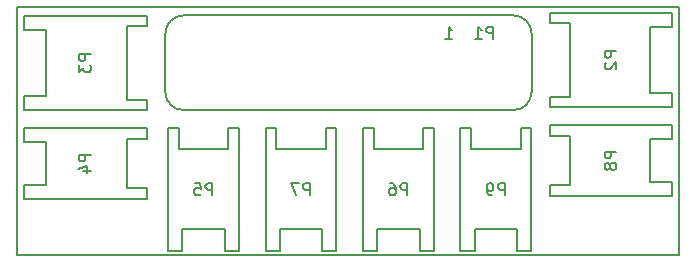
<source format=gbr>
G04 #@! TF.FileFunction,Legend,Bot*
%FSLAX46Y46*%
G04 Gerber Fmt 4.6, Leading zero omitted, Abs format (unit mm)*
G04 Created by KiCad (PCBNEW no-vcs-found-product) date Wed 23 Mar 2016 01:41:40 PM EET*
%MOMM*%
G01*
G04 APERTURE LIST*
%ADD10C,0.100000*%
%ADD11C,0.150000*%
G04 APERTURE END LIST*
D10*
D11*
X142750000Y-93250000D02*
X198750000Y-93250000D01*
X142750000Y-114250000D02*
X142750000Y-93250000D01*
X198750000Y-114250000D02*
X142750000Y-114250000D01*
X198750000Y-93250000D02*
X198750000Y-114250000D01*
X184773873Y-93984042D02*
G75*
G02X186273873Y-95484042I0J-1500000D01*
G01*
X186273873Y-100484042D02*
G75*
G02X184773873Y-101984042I-1500000J0D01*
G01*
X156773873Y-101984042D02*
G75*
G02X155273873Y-100484042I0J1500000D01*
G01*
X155273873Y-95484042D02*
G75*
G02X156773873Y-93984042I1500000J0D01*
G01*
X184773873Y-93984042D02*
X156773873Y-93984042D01*
X186273873Y-100484042D02*
X186273873Y-95484042D01*
X156773873Y-101984042D02*
X184773873Y-101984042D01*
X155273873Y-95484042D02*
X155273873Y-100484042D01*
X189500000Y-100850000D02*
X189500000Y-94650000D01*
X198200000Y-94950000D02*
X198200000Y-93750000D01*
X196300000Y-94950000D02*
X198200000Y-94950000D01*
X196300000Y-100550000D02*
X196300000Y-94950000D01*
X198200000Y-100550000D02*
X196300000Y-100550000D01*
X198200000Y-101750000D02*
X198200000Y-100550000D01*
X187800000Y-94650000D02*
X189500000Y-94650000D01*
X187800000Y-93750000D02*
X187800000Y-94650000D01*
X187800000Y-100850000D02*
X189500000Y-100850000D01*
X187800000Y-101750000D02*
X187800000Y-100850000D01*
X198200000Y-93750000D02*
X187800000Y-93750000D01*
X187800000Y-101750000D02*
X198200000Y-101750000D01*
X152000000Y-94900000D02*
X152000000Y-101100000D01*
X143300000Y-100800000D02*
X143300000Y-102000000D01*
X145200000Y-100800000D02*
X143300000Y-100800000D01*
X145200000Y-95200000D02*
X145200000Y-100800000D01*
X143300000Y-95200000D02*
X145200000Y-95200000D01*
X143300000Y-94000000D02*
X143300000Y-95200000D01*
X153700000Y-101100000D02*
X152000000Y-101100000D01*
X153700000Y-102000000D02*
X153700000Y-101100000D01*
X153700000Y-94900000D02*
X152000000Y-94900000D01*
X153700000Y-94000000D02*
X153700000Y-94900000D01*
X143300000Y-102000000D02*
X153700000Y-102000000D01*
X153700000Y-94000000D02*
X143300000Y-94000000D01*
X152000000Y-104400000D02*
X152000000Y-108600000D01*
X143300000Y-108300000D02*
X143300000Y-109500000D01*
X145200000Y-108300000D02*
X143300000Y-108300000D01*
X145200000Y-104700000D02*
X145200000Y-108300000D01*
X143300000Y-104700000D02*
X145200000Y-104700000D01*
X143300000Y-103500000D02*
X143300000Y-104700000D01*
X153700000Y-108600000D02*
X152000000Y-108600000D01*
X153700000Y-109500000D02*
X153700000Y-108600000D01*
X153700000Y-104400000D02*
X152000000Y-104400000D01*
X153700000Y-103500000D02*
X153700000Y-104400000D01*
X143300000Y-109500000D02*
X153700000Y-109500000D01*
X153700000Y-103500000D02*
X143300000Y-103500000D01*
X156400000Y-105250000D02*
X160600000Y-105250000D01*
X160300000Y-113950000D02*
X161500000Y-113950000D01*
X160300000Y-112050000D02*
X160300000Y-113950000D01*
X156700000Y-112050000D02*
X160300000Y-112050000D01*
X156700000Y-113950000D02*
X156700000Y-112050000D01*
X155500000Y-113950000D02*
X156700000Y-113950000D01*
X160600000Y-103550000D02*
X160600000Y-105250000D01*
X161500000Y-103550000D02*
X160600000Y-103550000D01*
X156400000Y-103550000D02*
X156400000Y-105250000D01*
X155500000Y-103550000D02*
X156400000Y-103550000D01*
X161500000Y-113950000D02*
X161500000Y-103550000D01*
X155500000Y-103550000D02*
X155500000Y-113950000D01*
X172900000Y-105250000D02*
X177100000Y-105250000D01*
X176800000Y-113950000D02*
X178000000Y-113950000D01*
X176800000Y-112050000D02*
X176800000Y-113950000D01*
X173200000Y-112050000D02*
X176800000Y-112050000D01*
X173200000Y-113950000D02*
X173200000Y-112050000D01*
X172000000Y-113950000D02*
X173200000Y-113950000D01*
X177100000Y-103550000D02*
X177100000Y-105250000D01*
X178000000Y-103550000D02*
X177100000Y-103550000D01*
X172900000Y-103550000D02*
X172900000Y-105250000D01*
X172000000Y-103550000D02*
X172900000Y-103550000D01*
X178000000Y-113950000D02*
X178000000Y-103550000D01*
X172000000Y-103550000D02*
X172000000Y-113950000D01*
X164650000Y-105250000D02*
X168850000Y-105250000D01*
X168550000Y-113950000D02*
X169750000Y-113950000D01*
X168550000Y-112050000D02*
X168550000Y-113950000D01*
X164950000Y-112050000D02*
X168550000Y-112050000D01*
X164950000Y-113950000D02*
X164950000Y-112050000D01*
X163750000Y-113950000D02*
X164950000Y-113950000D01*
X168850000Y-103550000D02*
X168850000Y-105250000D01*
X169750000Y-103550000D02*
X168850000Y-103550000D01*
X164650000Y-103550000D02*
X164650000Y-105250000D01*
X163750000Y-103550000D02*
X164650000Y-103550000D01*
X169750000Y-113950000D02*
X169750000Y-103550000D01*
X163750000Y-103550000D02*
X163750000Y-113950000D01*
X189500000Y-108350000D02*
X189500000Y-104150000D01*
X198200000Y-104450000D02*
X198200000Y-103250000D01*
X196300000Y-104450000D02*
X198200000Y-104450000D01*
X196300000Y-108050000D02*
X196300000Y-104450000D01*
X198200000Y-108050000D02*
X196300000Y-108050000D01*
X198200000Y-109250000D02*
X198200000Y-108050000D01*
X187800000Y-104150000D02*
X189500000Y-104150000D01*
X187800000Y-103250000D02*
X187800000Y-104150000D01*
X187800000Y-108350000D02*
X189500000Y-108350000D01*
X187800000Y-109250000D02*
X187800000Y-108350000D01*
X198200000Y-103250000D02*
X187800000Y-103250000D01*
X187800000Y-109250000D02*
X198200000Y-109250000D01*
X181150000Y-105250000D02*
X185350000Y-105250000D01*
X185050000Y-113950000D02*
X186250000Y-113950000D01*
X185050000Y-112050000D02*
X185050000Y-113950000D01*
X181450000Y-112050000D02*
X185050000Y-112050000D01*
X181450000Y-113950000D02*
X181450000Y-112050000D01*
X180250000Y-113950000D02*
X181450000Y-113950000D01*
X185350000Y-103550000D02*
X185350000Y-105250000D01*
X186250000Y-103550000D02*
X185350000Y-103550000D01*
X181150000Y-103550000D02*
X181150000Y-105250000D01*
X180250000Y-103550000D02*
X181150000Y-103550000D01*
X186250000Y-113950000D02*
X186250000Y-103550000D01*
X180250000Y-103550000D02*
X180250000Y-113950000D01*
X183011968Y-95936423D02*
X183011968Y-94936423D01*
X182631015Y-94936423D01*
X182535777Y-94984042D01*
X182488158Y-95031661D01*
X182440539Y-95126899D01*
X182440539Y-95269756D01*
X182488158Y-95364994D01*
X182535777Y-95412613D01*
X182631015Y-95460232D01*
X183011968Y-95460232D01*
X181488158Y-95936423D02*
X182059587Y-95936423D01*
X181773873Y-95936423D02*
X181773873Y-94936423D01*
X181869111Y-95079280D01*
X181964349Y-95174518D01*
X182059587Y-95222137D01*
X178988158Y-95936423D02*
X179559587Y-95936423D01*
X179273873Y-95936423D02*
X179273873Y-94936423D01*
X179369111Y-95079280D01*
X179464349Y-95174518D01*
X179559587Y-95222137D01*
X193452381Y-97011905D02*
X192452381Y-97011905D01*
X192452381Y-97392858D01*
X192500000Y-97488096D01*
X192547619Y-97535715D01*
X192642857Y-97583334D01*
X192785714Y-97583334D01*
X192880952Y-97535715D01*
X192928571Y-97488096D01*
X192976190Y-97392858D01*
X192976190Y-97011905D01*
X192547619Y-97964286D02*
X192500000Y-98011905D01*
X192452381Y-98107143D01*
X192452381Y-98345239D01*
X192500000Y-98440477D01*
X192547619Y-98488096D01*
X192642857Y-98535715D01*
X192738095Y-98535715D01*
X192880952Y-98488096D01*
X193452381Y-97916667D01*
X193452381Y-98535715D01*
X148952381Y-97261905D02*
X147952381Y-97261905D01*
X147952381Y-97642858D01*
X148000000Y-97738096D01*
X148047619Y-97785715D01*
X148142857Y-97833334D01*
X148285714Y-97833334D01*
X148380952Y-97785715D01*
X148428571Y-97738096D01*
X148476190Y-97642858D01*
X148476190Y-97261905D01*
X147952381Y-98166667D02*
X147952381Y-98785715D01*
X148333333Y-98452381D01*
X148333333Y-98595239D01*
X148380952Y-98690477D01*
X148428571Y-98738096D01*
X148523810Y-98785715D01*
X148761905Y-98785715D01*
X148857143Y-98738096D01*
X148904762Y-98690477D01*
X148952381Y-98595239D01*
X148952381Y-98309524D01*
X148904762Y-98214286D01*
X148857143Y-98166667D01*
X148952381Y-105761905D02*
X147952381Y-105761905D01*
X147952381Y-106142858D01*
X148000000Y-106238096D01*
X148047619Y-106285715D01*
X148142857Y-106333334D01*
X148285714Y-106333334D01*
X148380952Y-106285715D01*
X148428571Y-106238096D01*
X148476190Y-106142858D01*
X148476190Y-105761905D01*
X148285714Y-107190477D02*
X148952381Y-107190477D01*
X147904762Y-106952381D02*
X148619048Y-106714286D01*
X148619048Y-107333334D01*
X159238095Y-109202381D02*
X159238095Y-108202381D01*
X158857142Y-108202381D01*
X158761904Y-108250000D01*
X158714285Y-108297619D01*
X158666666Y-108392857D01*
X158666666Y-108535714D01*
X158714285Y-108630952D01*
X158761904Y-108678571D01*
X158857142Y-108726190D01*
X159238095Y-108726190D01*
X157761904Y-108202381D02*
X158238095Y-108202381D01*
X158285714Y-108678571D01*
X158238095Y-108630952D01*
X158142857Y-108583333D01*
X157904761Y-108583333D01*
X157809523Y-108630952D01*
X157761904Y-108678571D01*
X157714285Y-108773810D01*
X157714285Y-109011905D01*
X157761904Y-109107143D01*
X157809523Y-109154762D01*
X157904761Y-109202381D01*
X158142857Y-109202381D01*
X158238095Y-109154762D01*
X158285714Y-109107143D01*
X175738095Y-109202381D02*
X175738095Y-108202381D01*
X175357142Y-108202381D01*
X175261904Y-108250000D01*
X175214285Y-108297619D01*
X175166666Y-108392857D01*
X175166666Y-108535714D01*
X175214285Y-108630952D01*
X175261904Y-108678571D01*
X175357142Y-108726190D01*
X175738095Y-108726190D01*
X174309523Y-108202381D02*
X174500000Y-108202381D01*
X174595238Y-108250000D01*
X174642857Y-108297619D01*
X174738095Y-108440476D01*
X174785714Y-108630952D01*
X174785714Y-109011905D01*
X174738095Y-109107143D01*
X174690476Y-109154762D01*
X174595238Y-109202381D01*
X174404761Y-109202381D01*
X174309523Y-109154762D01*
X174261904Y-109107143D01*
X174214285Y-109011905D01*
X174214285Y-108773810D01*
X174261904Y-108678571D01*
X174309523Y-108630952D01*
X174404761Y-108583333D01*
X174595238Y-108583333D01*
X174690476Y-108630952D01*
X174738095Y-108678571D01*
X174785714Y-108773810D01*
X167488095Y-109202381D02*
X167488095Y-108202381D01*
X167107142Y-108202381D01*
X167011904Y-108250000D01*
X166964285Y-108297619D01*
X166916666Y-108392857D01*
X166916666Y-108535714D01*
X166964285Y-108630952D01*
X167011904Y-108678571D01*
X167107142Y-108726190D01*
X167488095Y-108726190D01*
X166583333Y-108202381D02*
X165916666Y-108202381D01*
X166345238Y-109202381D01*
X193452381Y-105511905D02*
X192452381Y-105511905D01*
X192452381Y-105892858D01*
X192500000Y-105988096D01*
X192547619Y-106035715D01*
X192642857Y-106083334D01*
X192785714Y-106083334D01*
X192880952Y-106035715D01*
X192928571Y-105988096D01*
X192976190Y-105892858D01*
X192976190Y-105511905D01*
X192880952Y-106654762D02*
X192833333Y-106559524D01*
X192785714Y-106511905D01*
X192690476Y-106464286D01*
X192642857Y-106464286D01*
X192547619Y-106511905D01*
X192500000Y-106559524D01*
X192452381Y-106654762D01*
X192452381Y-106845239D01*
X192500000Y-106940477D01*
X192547619Y-106988096D01*
X192642857Y-107035715D01*
X192690476Y-107035715D01*
X192785714Y-106988096D01*
X192833333Y-106940477D01*
X192880952Y-106845239D01*
X192880952Y-106654762D01*
X192928571Y-106559524D01*
X192976190Y-106511905D01*
X193071429Y-106464286D01*
X193261905Y-106464286D01*
X193357143Y-106511905D01*
X193404762Y-106559524D01*
X193452381Y-106654762D01*
X193452381Y-106845239D01*
X193404762Y-106940477D01*
X193357143Y-106988096D01*
X193261905Y-107035715D01*
X193071429Y-107035715D01*
X192976190Y-106988096D01*
X192928571Y-106940477D01*
X192880952Y-106845239D01*
X183988095Y-109202381D02*
X183988095Y-108202381D01*
X183607142Y-108202381D01*
X183511904Y-108250000D01*
X183464285Y-108297619D01*
X183416666Y-108392857D01*
X183416666Y-108535714D01*
X183464285Y-108630952D01*
X183511904Y-108678571D01*
X183607142Y-108726190D01*
X183988095Y-108726190D01*
X182940476Y-109202381D02*
X182750000Y-109202381D01*
X182654761Y-109154762D01*
X182607142Y-109107143D01*
X182511904Y-108964286D01*
X182464285Y-108773810D01*
X182464285Y-108392857D01*
X182511904Y-108297619D01*
X182559523Y-108250000D01*
X182654761Y-108202381D01*
X182845238Y-108202381D01*
X182940476Y-108250000D01*
X182988095Y-108297619D01*
X183035714Y-108392857D01*
X183035714Y-108630952D01*
X182988095Y-108726190D01*
X182940476Y-108773810D01*
X182845238Y-108821429D01*
X182654761Y-108821429D01*
X182559523Y-108773810D01*
X182511904Y-108726190D01*
X182464285Y-108630952D01*
M02*

</source>
